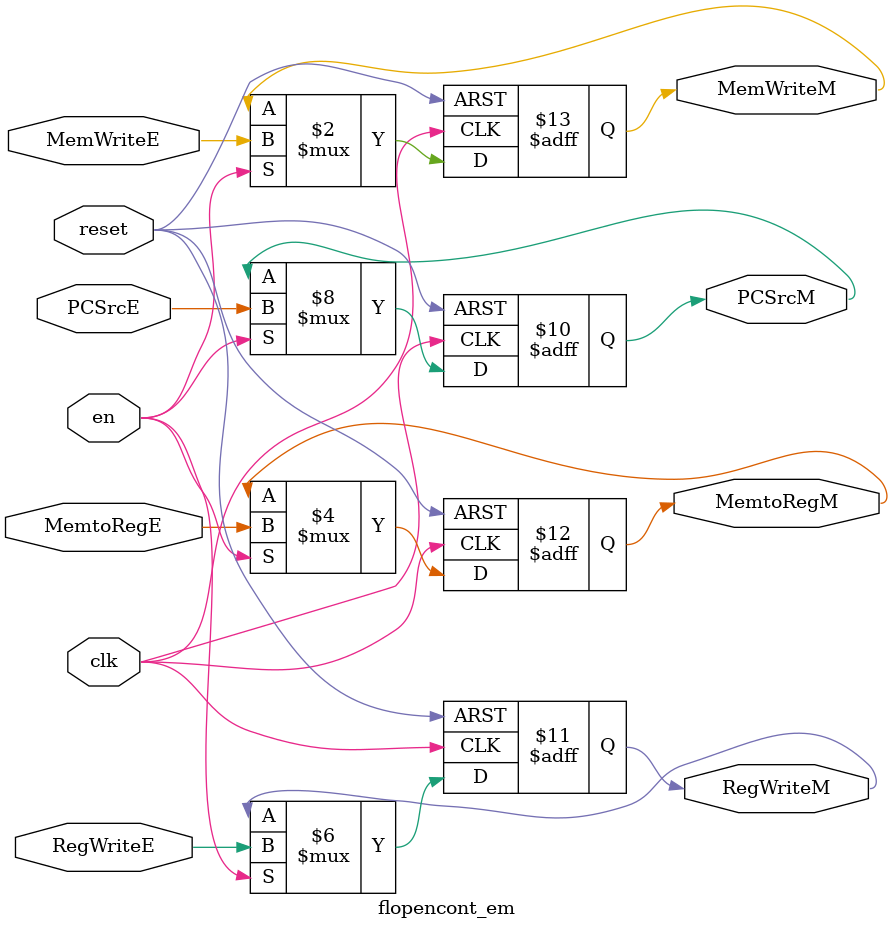
<source format=v>
module flopencont_em(
	clk,
	reset,
	PCSrcE,
	RegWriteE,
	MemtoRegE,
	MemWriteE,
	en,
	PCSrcM,
	RegWriteM,
	MemtoRegM,
	MemWriteM,
);
	input wire clk;
	input wire reset;
	input wire PCSrcE;
	input wire RegWriteE;
	input wire MemtoRegE;
	input wire MemWriteE;
	input wire en;
	
	output reg PCSrcM;
	output reg RegWriteM;
	output reg MemtoRegM;
	output reg MemWriteM;
	
	always @ (posedge clk or posedge reset)
	begin
		if (reset)
		begin
			PCSrcM <= 0;
			RegWriteM <= 0;
			MemtoRegM <= 0;
			MemWriteM <= 0;
		end
		else if(en)
		begin
			PCSrcM <= PCSrcE;
			RegWriteM <= RegWriteE;
			MemtoRegM <= MemtoRegE;
			MemWriteM <= MemWriteE;
		end
	end

endmodule
</source>
